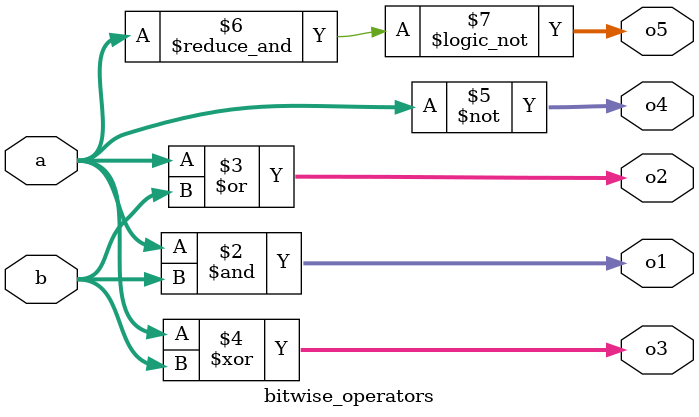
<source format=v>
module bitwise_operators(input [5:0]a,
                         input [5:0]b,
                         output reg [5:0]o1,
                         output reg [5:0]o2,
                         output reg [5:0]o3,
                         output reg [5:0]o4,
                         output reg [5:0]o5);
  always @(*) begin
   
       o1=a & b;
       o2=a | b;
       o3=a ^ b;
       o4=~a;
       o5=~&a;
  end
endmodule
    
    
  


</source>
